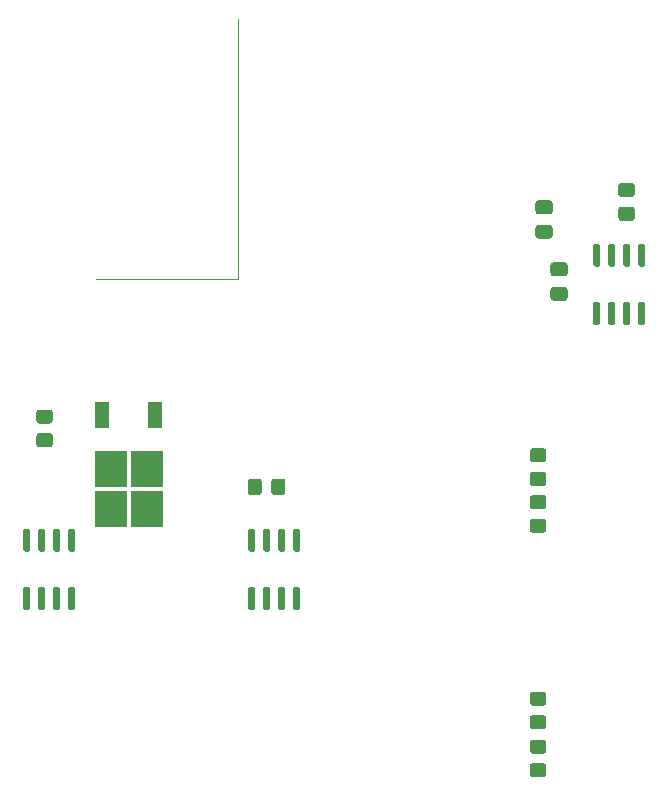
<source format=gbr>
%TF.GenerationSoftware,KiCad,Pcbnew,(5.1.12)-1*%
%TF.CreationDate,2021-11-16T18:17:40+08:00*%
%TF.ProjectId,CVModule,43564d6f-6475-46c6-952e-6b696361645f,rev?*%
%TF.SameCoordinates,Original*%
%TF.FileFunction,Paste,Bot*%
%TF.FilePolarity,Positive*%
%FSLAX46Y46*%
G04 Gerber Fmt 4.6, Leading zero omitted, Abs format (unit mm)*
G04 Created by KiCad (PCBNEW (5.1.12)-1) date 2021-11-16 18:17:40*
%MOMM*%
%LPD*%
G01*
G04 APERTURE LIST*
%ADD10C,0.120000*%
%ADD11R,2.750000X3.050000*%
%ADD12R,1.200000X2.200000*%
G04 APERTURE END LIST*
D10*
%TO.C,B1*%
X193792000Y-65962000D02*
X193792000Y-87962000D01*
X193792000Y-87962000D02*
X181792000Y-87962000D01*
%TD*%
%TO.C,R40*%
G36*
G01*
X218751999Y-108223000D02*
X219652001Y-108223000D01*
G75*
G02*
X219902000Y-108472999I0J-249999D01*
G01*
X219902000Y-109173001D01*
G75*
G02*
X219652001Y-109423000I-249999J0D01*
G01*
X218751999Y-109423000D01*
G75*
G02*
X218502000Y-109173001I0J249999D01*
G01*
X218502000Y-108472999D01*
G75*
G02*
X218751999Y-108223000I249999J0D01*
G01*
G37*
G36*
G01*
X218751999Y-106223000D02*
X219652001Y-106223000D01*
G75*
G02*
X219902000Y-106472999I0J-249999D01*
G01*
X219902000Y-107173001D01*
G75*
G02*
X219652001Y-107423000I-249999J0D01*
G01*
X218751999Y-107423000D01*
G75*
G02*
X218502000Y-107173001I0J249999D01*
G01*
X218502000Y-106472999D01*
G75*
G02*
X218751999Y-106223000I249999J0D01*
G01*
G37*
%TD*%
%TO.C,R39*%
G36*
G01*
X218751999Y-128924000D02*
X219652001Y-128924000D01*
G75*
G02*
X219902000Y-129173999I0J-249999D01*
G01*
X219902000Y-129874001D01*
G75*
G02*
X219652001Y-130124000I-249999J0D01*
G01*
X218751999Y-130124000D01*
G75*
G02*
X218502000Y-129874001I0J249999D01*
G01*
X218502000Y-129173999D01*
G75*
G02*
X218751999Y-128924000I249999J0D01*
G01*
G37*
G36*
G01*
X218751999Y-126924000D02*
X219652001Y-126924000D01*
G75*
G02*
X219902000Y-127173999I0J-249999D01*
G01*
X219902000Y-127874001D01*
G75*
G02*
X219652001Y-128124000I-249999J0D01*
G01*
X218751999Y-128124000D01*
G75*
G02*
X218502000Y-127874001I0J249999D01*
G01*
X218502000Y-127173999D01*
G75*
G02*
X218751999Y-126924000I249999J0D01*
G01*
G37*
%TD*%
%TO.C,C2*%
G36*
G01*
X219235000Y-83359500D02*
X220185000Y-83359500D01*
G75*
G02*
X220435000Y-83609500I0J-250000D01*
G01*
X220435000Y-84284500D01*
G75*
G02*
X220185000Y-84534500I-250000J0D01*
G01*
X219235000Y-84534500D01*
G75*
G02*
X218985000Y-84284500I0J250000D01*
G01*
X218985000Y-83609500D01*
G75*
G02*
X219235000Y-83359500I250000J0D01*
G01*
G37*
G36*
G01*
X219235000Y-81284500D02*
X220185000Y-81284500D01*
G75*
G02*
X220435000Y-81534500I0J-250000D01*
G01*
X220435000Y-82209500D01*
G75*
G02*
X220185000Y-82459500I-250000J0D01*
G01*
X219235000Y-82459500D01*
G75*
G02*
X218985000Y-82209500I0J250000D01*
G01*
X218985000Y-81534500D01*
G75*
G02*
X219235000Y-81284500I250000J0D01*
G01*
G37*
%TD*%
%TO.C,C6*%
G36*
G01*
X221455000Y-89784500D02*
X220505000Y-89784500D01*
G75*
G02*
X220255000Y-89534500I0J250000D01*
G01*
X220255000Y-88859500D01*
G75*
G02*
X220505000Y-88609500I250000J0D01*
G01*
X221455000Y-88609500D01*
G75*
G02*
X221705000Y-88859500I0J-250000D01*
G01*
X221705000Y-89534500D01*
G75*
G02*
X221455000Y-89784500I-250000J0D01*
G01*
G37*
G36*
G01*
X221455000Y-87709500D02*
X220505000Y-87709500D01*
G75*
G02*
X220255000Y-87459500I0J250000D01*
G01*
X220255000Y-86784500D01*
G75*
G02*
X220505000Y-86534500I250000J0D01*
G01*
X221455000Y-86534500D01*
G75*
G02*
X221705000Y-86784500I0J-250000D01*
G01*
X221705000Y-87459500D01*
G75*
G02*
X221455000Y-87709500I-250000J0D01*
G01*
G37*
%TD*%
D11*
%TO.C,Q1*%
X186056000Y-104057000D03*
X183006000Y-107407000D03*
X183006000Y-104057000D03*
X186056000Y-107407000D03*
D12*
X186811000Y-99432000D03*
X182251000Y-99432000D03*
%TD*%
%TO.C,R6*%
G36*
G01*
X226244999Y-81807000D02*
X227145001Y-81807000D01*
G75*
G02*
X227395000Y-82056999I0J-249999D01*
G01*
X227395000Y-82757001D01*
G75*
G02*
X227145001Y-83007000I-249999J0D01*
G01*
X226244999Y-83007000D01*
G75*
G02*
X225995000Y-82757001I0J249999D01*
G01*
X225995000Y-82056999D01*
G75*
G02*
X226244999Y-81807000I249999J0D01*
G01*
G37*
G36*
G01*
X226244999Y-79807000D02*
X227145001Y-79807000D01*
G75*
G02*
X227395000Y-80056999I0J-249999D01*
G01*
X227395000Y-80757001D01*
G75*
G02*
X227145001Y-81007000I-249999J0D01*
G01*
X226244999Y-81007000D01*
G75*
G02*
X225995000Y-80757001I0J249999D01*
G01*
X225995000Y-80056999D01*
G75*
G02*
X226244999Y-79807000I249999J0D01*
G01*
G37*
%TD*%
%TO.C,R14*%
G36*
G01*
X219652001Y-126060000D02*
X218751999Y-126060000D01*
G75*
G02*
X218502000Y-125810001I0J249999D01*
G01*
X218502000Y-125109999D01*
G75*
G02*
X218751999Y-124860000I249999J0D01*
G01*
X219652001Y-124860000D01*
G75*
G02*
X219902000Y-125109999I0J-249999D01*
G01*
X219902000Y-125810001D01*
G75*
G02*
X219652001Y-126060000I-249999J0D01*
G01*
G37*
G36*
G01*
X219652001Y-124060000D02*
X218751999Y-124060000D01*
G75*
G02*
X218502000Y-123810001I0J249999D01*
G01*
X218502000Y-123109999D01*
G75*
G02*
X218751999Y-122860000I249999J0D01*
G01*
X219652001Y-122860000D01*
G75*
G02*
X219902000Y-123109999I0J-249999D01*
G01*
X219902000Y-123810001D01*
G75*
G02*
X219652001Y-124060000I-249999J0D01*
G01*
G37*
%TD*%
%TO.C,R16*%
G36*
G01*
X176968999Y-98984000D02*
X177869001Y-98984000D01*
G75*
G02*
X178119000Y-99233999I0J-249999D01*
G01*
X178119000Y-99934001D01*
G75*
G02*
X177869001Y-100184000I-249999J0D01*
G01*
X176968999Y-100184000D01*
G75*
G02*
X176719000Y-99934001I0J249999D01*
G01*
X176719000Y-99233999D01*
G75*
G02*
X176968999Y-98984000I249999J0D01*
G01*
G37*
G36*
G01*
X176968999Y-100984000D02*
X177869001Y-100984000D01*
G75*
G02*
X178119000Y-101233999I0J-249999D01*
G01*
X178119000Y-101934001D01*
G75*
G02*
X177869001Y-102184000I-249999J0D01*
G01*
X176968999Y-102184000D01*
G75*
G02*
X176719000Y-101934001I0J249999D01*
G01*
X176719000Y-101233999D01*
G75*
G02*
X176968999Y-100984000I249999J0D01*
G01*
G37*
%TD*%
%TO.C,R18*%
G36*
G01*
X219652001Y-105470000D02*
X218751999Y-105470000D01*
G75*
G02*
X218502000Y-105220001I0J249999D01*
G01*
X218502000Y-104519999D01*
G75*
G02*
X218751999Y-104270000I249999J0D01*
G01*
X219652001Y-104270000D01*
G75*
G02*
X219902000Y-104519999I0J-249999D01*
G01*
X219902000Y-105220001D01*
G75*
G02*
X219652001Y-105470000I-249999J0D01*
G01*
G37*
G36*
G01*
X219652001Y-103470000D02*
X218751999Y-103470000D01*
G75*
G02*
X218502000Y-103220001I0J249999D01*
G01*
X218502000Y-102519999D01*
G75*
G02*
X218751999Y-102270000I249999J0D01*
G01*
X219652001Y-102270000D01*
G75*
G02*
X219902000Y-102519999I0J-249999D01*
G01*
X219902000Y-103220001D01*
G75*
G02*
X219652001Y-103470000I-249999J0D01*
G01*
G37*
%TD*%
%TO.C,R21*%
G36*
G01*
X196615000Y-105987001D02*
X196615000Y-105086999D01*
G75*
G02*
X196864999Y-104837000I249999J0D01*
G01*
X197565001Y-104837000D01*
G75*
G02*
X197815000Y-105086999I0J-249999D01*
G01*
X197815000Y-105987001D01*
G75*
G02*
X197565001Y-106237000I-249999J0D01*
G01*
X196864999Y-106237000D01*
G75*
G02*
X196615000Y-105987001I0J249999D01*
G01*
G37*
G36*
G01*
X194615000Y-105987001D02*
X194615000Y-105086999D01*
G75*
G02*
X194864999Y-104837000I249999J0D01*
G01*
X195565001Y-104837000D01*
G75*
G02*
X195815000Y-105086999I0J-249999D01*
G01*
X195815000Y-105987001D01*
G75*
G02*
X195565001Y-106237000I-249999J0D01*
G01*
X194864999Y-106237000D01*
G75*
G02*
X194615000Y-105987001I0J249999D01*
G01*
G37*
%TD*%
%TO.C,U1*%
G36*
G01*
X224005000Y-89892000D02*
X224305000Y-89892000D01*
G75*
G02*
X224455000Y-90042000I0J-150000D01*
G01*
X224455000Y-91692000D01*
G75*
G02*
X224305000Y-91842000I-150000J0D01*
G01*
X224005000Y-91842000D01*
G75*
G02*
X223855000Y-91692000I0J150000D01*
G01*
X223855000Y-90042000D01*
G75*
G02*
X224005000Y-89892000I150000J0D01*
G01*
G37*
G36*
G01*
X225275000Y-89892000D02*
X225575000Y-89892000D01*
G75*
G02*
X225725000Y-90042000I0J-150000D01*
G01*
X225725000Y-91692000D01*
G75*
G02*
X225575000Y-91842000I-150000J0D01*
G01*
X225275000Y-91842000D01*
G75*
G02*
X225125000Y-91692000I0J150000D01*
G01*
X225125000Y-90042000D01*
G75*
G02*
X225275000Y-89892000I150000J0D01*
G01*
G37*
G36*
G01*
X226545000Y-89892000D02*
X226845000Y-89892000D01*
G75*
G02*
X226995000Y-90042000I0J-150000D01*
G01*
X226995000Y-91692000D01*
G75*
G02*
X226845000Y-91842000I-150000J0D01*
G01*
X226545000Y-91842000D01*
G75*
G02*
X226395000Y-91692000I0J150000D01*
G01*
X226395000Y-90042000D01*
G75*
G02*
X226545000Y-89892000I150000J0D01*
G01*
G37*
G36*
G01*
X227815000Y-89892000D02*
X228115000Y-89892000D01*
G75*
G02*
X228265000Y-90042000I0J-150000D01*
G01*
X228265000Y-91692000D01*
G75*
G02*
X228115000Y-91842000I-150000J0D01*
G01*
X227815000Y-91842000D01*
G75*
G02*
X227665000Y-91692000I0J150000D01*
G01*
X227665000Y-90042000D01*
G75*
G02*
X227815000Y-89892000I150000J0D01*
G01*
G37*
G36*
G01*
X227815000Y-84942000D02*
X228115000Y-84942000D01*
G75*
G02*
X228265000Y-85092000I0J-150000D01*
G01*
X228265000Y-86742000D01*
G75*
G02*
X228115000Y-86892000I-150000J0D01*
G01*
X227815000Y-86892000D01*
G75*
G02*
X227665000Y-86742000I0J150000D01*
G01*
X227665000Y-85092000D01*
G75*
G02*
X227815000Y-84942000I150000J0D01*
G01*
G37*
G36*
G01*
X226545000Y-84942000D02*
X226845000Y-84942000D01*
G75*
G02*
X226995000Y-85092000I0J-150000D01*
G01*
X226995000Y-86742000D01*
G75*
G02*
X226845000Y-86892000I-150000J0D01*
G01*
X226545000Y-86892000D01*
G75*
G02*
X226395000Y-86742000I0J150000D01*
G01*
X226395000Y-85092000D01*
G75*
G02*
X226545000Y-84942000I150000J0D01*
G01*
G37*
G36*
G01*
X225275000Y-84942000D02*
X225575000Y-84942000D01*
G75*
G02*
X225725000Y-85092000I0J-150000D01*
G01*
X225725000Y-86742000D01*
G75*
G02*
X225575000Y-86892000I-150000J0D01*
G01*
X225275000Y-86892000D01*
G75*
G02*
X225125000Y-86742000I0J150000D01*
G01*
X225125000Y-85092000D01*
G75*
G02*
X225275000Y-84942000I150000J0D01*
G01*
G37*
G36*
G01*
X224005000Y-84942000D02*
X224305000Y-84942000D01*
G75*
G02*
X224455000Y-85092000I0J-150000D01*
G01*
X224455000Y-86742000D01*
G75*
G02*
X224305000Y-86892000I-150000J0D01*
G01*
X224005000Y-86892000D01*
G75*
G02*
X223855000Y-86742000I0J150000D01*
G01*
X223855000Y-85092000D01*
G75*
G02*
X224005000Y-84942000I150000J0D01*
G01*
G37*
%TD*%
%TO.C,U7*%
G36*
G01*
X198905000Y-111022000D02*
X198605000Y-111022000D01*
G75*
G02*
X198455000Y-110872000I0J150000D01*
G01*
X198455000Y-109222000D01*
G75*
G02*
X198605000Y-109072000I150000J0D01*
G01*
X198905000Y-109072000D01*
G75*
G02*
X199055000Y-109222000I0J-150000D01*
G01*
X199055000Y-110872000D01*
G75*
G02*
X198905000Y-111022000I-150000J0D01*
G01*
G37*
G36*
G01*
X197635000Y-111022000D02*
X197335000Y-111022000D01*
G75*
G02*
X197185000Y-110872000I0J150000D01*
G01*
X197185000Y-109222000D01*
G75*
G02*
X197335000Y-109072000I150000J0D01*
G01*
X197635000Y-109072000D01*
G75*
G02*
X197785000Y-109222000I0J-150000D01*
G01*
X197785000Y-110872000D01*
G75*
G02*
X197635000Y-111022000I-150000J0D01*
G01*
G37*
G36*
G01*
X196365000Y-111022000D02*
X196065000Y-111022000D01*
G75*
G02*
X195915000Y-110872000I0J150000D01*
G01*
X195915000Y-109222000D01*
G75*
G02*
X196065000Y-109072000I150000J0D01*
G01*
X196365000Y-109072000D01*
G75*
G02*
X196515000Y-109222000I0J-150000D01*
G01*
X196515000Y-110872000D01*
G75*
G02*
X196365000Y-111022000I-150000J0D01*
G01*
G37*
G36*
G01*
X195095000Y-111022000D02*
X194795000Y-111022000D01*
G75*
G02*
X194645000Y-110872000I0J150000D01*
G01*
X194645000Y-109222000D01*
G75*
G02*
X194795000Y-109072000I150000J0D01*
G01*
X195095000Y-109072000D01*
G75*
G02*
X195245000Y-109222000I0J-150000D01*
G01*
X195245000Y-110872000D01*
G75*
G02*
X195095000Y-111022000I-150000J0D01*
G01*
G37*
G36*
G01*
X195095000Y-115972000D02*
X194795000Y-115972000D01*
G75*
G02*
X194645000Y-115822000I0J150000D01*
G01*
X194645000Y-114172000D01*
G75*
G02*
X194795000Y-114022000I150000J0D01*
G01*
X195095000Y-114022000D01*
G75*
G02*
X195245000Y-114172000I0J-150000D01*
G01*
X195245000Y-115822000D01*
G75*
G02*
X195095000Y-115972000I-150000J0D01*
G01*
G37*
G36*
G01*
X196365000Y-115972000D02*
X196065000Y-115972000D01*
G75*
G02*
X195915000Y-115822000I0J150000D01*
G01*
X195915000Y-114172000D01*
G75*
G02*
X196065000Y-114022000I150000J0D01*
G01*
X196365000Y-114022000D01*
G75*
G02*
X196515000Y-114172000I0J-150000D01*
G01*
X196515000Y-115822000D01*
G75*
G02*
X196365000Y-115972000I-150000J0D01*
G01*
G37*
G36*
G01*
X197635000Y-115972000D02*
X197335000Y-115972000D01*
G75*
G02*
X197185000Y-115822000I0J150000D01*
G01*
X197185000Y-114172000D01*
G75*
G02*
X197335000Y-114022000I150000J0D01*
G01*
X197635000Y-114022000D01*
G75*
G02*
X197785000Y-114172000I0J-150000D01*
G01*
X197785000Y-115822000D01*
G75*
G02*
X197635000Y-115972000I-150000J0D01*
G01*
G37*
G36*
G01*
X198905000Y-115972000D02*
X198605000Y-115972000D01*
G75*
G02*
X198455000Y-115822000I0J150000D01*
G01*
X198455000Y-114172000D01*
G75*
G02*
X198605000Y-114022000I150000J0D01*
G01*
X198905000Y-114022000D01*
G75*
G02*
X199055000Y-114172000I0J-150000D01*
G01*
X199055000Y-115822000D01*
G75*
G02*
X198905000Y-115972000I-150000J0D01*
G01*
G37*
%TD*%
%TO.C,U10*%
G36*
G01*
X179855000Y-115972000D02*
X179555000Y-115972000D01*
G75*
G02*
X179405000Y-115822000I0J150000D01*
G01*
X179405000Y-114172000D01*
G75*
G02*
X179555000Y-114022000I150000J0D01*
G01*
X179855000Y-114022000D01*
G75*
G02*
X180005000Y-114172000I0J-150000D01*
G01*
X180005000Y-115822000D01*
G75*
G02*
X179855000Y-115972000I-150000J0D01*
G01*
G37*
G36*
G01*
X178585000Y-115972000D02*
X178285000Y-115972000D01*
G75*
G02*
X178135000Y-115822000I0J150000D01*
G01*
X178135000Y-114172000D01*
G75*
G02*
X178285000Y-114022000I150000J0D01*
G01*
X178585000Y-114022000D01*
G75*
G02*
X178735000Y-114172000I0J-150000D01*
G01*
X178735000Y-115822000D01*
G75*
G02*
X178585000Y-115972000I-150000J0D01*
G01*
G37*
G36*
G01*
X177315000Y-115972000D02*
X177015000Y-115972000D01*
G75*
G02*
X176865000Y-115822000I0J150000D01*
G01*
X176865000Y-114172000D01*
G75*
G02*
X177015000Y-114022000I150000J0D01*
G01*
X177315000Y-114022000D01*
G75*
G02*
X177465000Y-114172000I0J-150000D01*
G01*
X177465000Y-115822000D01*
G75*
G02*
X177315000Y-115972000I-150000J0D01*
G01*
G37*
G36*
G01*
X176045000Y-115972000D02*
X175745000Y-115972000D01*
G75*
G02*
X175595000Y-115822000I0J150000D01*
G01*
X175595000Y-114172000D01*
G75*
G02*
X175745000Y-114022000I150000J0D01*
G01*
X176045000Y-114022000D01*
G75*
G02*
X176195000Y-114172000I0J-150000D01*
G01*
X176195000Y-115822000D01*
G75*
G02*
X176045000Y-115972000I-150000J0D01*
G01*
G37*
G36*
G01*
X176045000Y-111022000D02*
X175745000Y-111022000D01*
G75*
G02*
X175595000Y-110872000I0J150000D01*
G01*
X175595000Y-109222000D01*
G75*
G02*
X175745000Y-109072000I150000J0D01*
G01*
X176045000Y-109072000D01*
G75*
G02*
X176195000Y-109222000I0J-150000D01*
G01*
X176195000Y-110872000D01*
G75*
G02*
X176045000Y-111022000I-150000J0D01*
G01*
G37*
G36*
G01*
X177315000Y-111022000D02*
X177015000Y-111022000D01*
G75*
G02*
X176865000Y-110872000I0J150000D01*
G01*
X176865000Y-109222000D01*
G75*
G02*
X177015000Y-109072000I150000J0D01*
G01*
X177315000Y-109072000D01*
G75*
G02*
X177465000Y-109222000I0J-150000D01*
G01*
X177465000Y-110872000D01*
G75*
G02*
X177315000Y-111022000I-150000J0D01*
G01*
G37*
G36*
G01*
X178585000Y-111022000D02*
X178285000Y-111022000D01*
G75*
G02*
X178135000Y-110872000I0J150000D01*
G01*
X178135000Y-109222000D01*
G75*
G02*
X178285000Y-109072000I150000J0D01*
G01*
X178585000Y-109072000D01*
G75*
G02*
X178735000Y-109222000I0J-150000D01*
G01*
X178735000Y-110872000D01*
G75*
G02*
X178585000Y-111022000I-150000J0D01*
G01*
G37*
G36*
G01*
X179855000Y-111022000D02*
X179555000Y-111022000D01*
G75*
G02*
X179405000Y-110872000I0J150000D01*
G01*
X179405000Y-109222000D01*
G75*
G02*
X179555000Y-109072000I150000J0D01*
G01*
X179855000Y-109072000D01*
G75*
G02*
X180005000Y-109222000I0J-150000D01*
G01*
X180005000Y-110872000D01*
G75*
G02*
X179855000Y-111022000I-150000J0D01*
G01*
G37*
%TD*%
M02*

</source>
